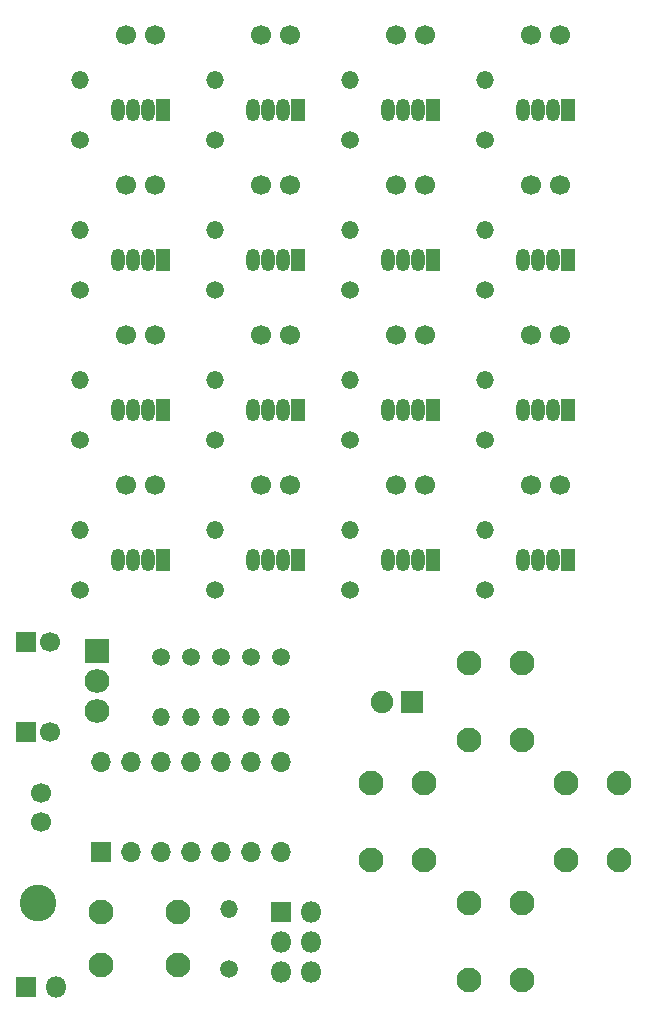
<source format=gbr>
%TF.GenerationSoftware,KiCad,Pcbnew,(5.1.6)-1*%
%TF.CreationDate,2020-09-12T17:49:51+07:00*%
%TF.ProjectId,board2048_ws2812,626f6172-6432-4303-9438-5f7773323831,1*%
%TF.SameCoordinates,Original*%
%TF.FileFunction,Soldermask,Bot*%
%TF.FilePolarity,Negative*%
%FSLAX46Y46*%
G04 Gerber Fmt 4.6, Leading zero omitted, Abs format (unit mm)*
G04 Created by KiCad (PCBNEW (5.1.6)-1) date 2020-09-12 17:49:51*
%MOMM*%
%LPD*%
G01*
G04 APERTURE LIST*
%ADD10C,3.100000*%
%ADD11O,2.100000X2.005000*%
%ADD12R,2.100000X2.005000*%
%ADD13C,1.900000*%
%ADD14R,1.900000X1.900000*%
%ADD15O,1.700000X1.700000*%
%ADD16R,1.700000X1.700000*%
%ADD17C,2.100000*%
%ADD18O,1.500000X1.500000*%
%ADD19C,1.500000*%
%ADD20O,1.800000X1.800000*%
%ADD21R,1.800000X1.800000*%
%ADD22R,1.170000X1.900000*%
%ADD23O,1.170000X1.900000*%
%ADD24C,1.700000*%
G04 APERTURE END LIST*
D10*
%TO.C,REF\u002A\u002A*%
X164211000Y-101473000D03*
%TD*%
D11*
%TO.C,U2*%
X169164000Y-85217000D03*
X169164000Y-82677000D03*
D12*
X169164000Y-80137000D03*
%TD*%
D13*
%TO.C,D17*%
X193294000Y-84455000D03*
D14*
X195834000Y-84455000D03*
%TD*%
D15*
%TO.C,U1*%
X169545000Y-89535000D03*
X184785000Y-97155000D03*
X172085000Y-89535000D03*
X182245000Y-97155000D03*
X174625000Y-89535000D03*
X179705000Y-97155000D03*
X177165000Y-89535000D03*
X177165000Y-97155000D03*
X179705000Y-89535000D03*
X174625000Y-97155000D03*
X182245000Y-89535000D03*
X172085000Y-97155000D03*
X184785000Y-89535000D03*
D16*
X169545000Y-97155000D03*
%TD*%
D17*
%TO.C,SW5*%
X176045000Y-102235000D03*
X176045000Y-106735000D03*
X169545000Y-102235000D03*
X169545000Y-106735000D03*
%TD*%
%TO.C,SW4*%
X200660000Y-81130000D03*
X205160000Y-81130000D03*
X200660000Y-87630000D03*
X205160000Y-87630000D03*
%TD*%
%TO.C,SW3*%
X208915000Y-91290000D03*
X213415000Y-91290000D03*
X208915000Y-97790000D03*
X213415000Y-97790000D03*
%TD*%
%TO.C,SW2*%
X192405000Y-91290000D03*
X196905000Y-91290000D03*
X192405000Y-97790000D03*
X196905000Y-97790000D03*
%TD*%
%TO.C,SW1*%
X200660000Y-101450000D03*
X205160000Y-101450000D03*
X200660000Y-107950000D03*
X205160000Y-107950000D03*
%TD*%
D18*
%TO.C,R22*%
X180340000Y-101981000D03*
D19*
X180340000Y-107061000D03*
%TD*%
D18*
%TO.C,R21*%
X182245000Y-85725000D03*
D19*
X182245000Y-80645000D03*
%TD*%
D18*
%TO.C,R20*%
X177165000Y-85725000D03*
D19*
X177165000Y-80645000D03*
%TD*%
D18*
%TO.C,R19*%
X179705000Y-85725000D03*
D19*
X179705000Y-80645000D03*
%TD*%
D18*
%TO.C,R18*%
X184785000Y-85725000D03*
D19*
X184785000Y-80645000D03*
%TD*%
D18*
%TO.C,R17*%
X174625000Y-85725000D03*
D19*
X174625000Y-80645000D03*
%TD*%
%TO.C,R16*%
X202057000Y-74930000D03*
D18*
X202057000Y-69850000D03*
%TD*%
D19*
%TO.C,R15*%
X190627000Y-74930000D03*
D18*
X190627000Y-69850000D03*
%TD*%
D19*
%TO.C,R14*%
X179197000Y-74930000D03*
D18*
X179197000Y-69850000D03*
%TD*%
D19*
%TO.C,R13*%
X167767000Y-74930000D03*
D18*
X167767000Y-69850000D03*
%TD*%
D19*
%TO.C,R12*%
X202057000Y-62230000D03*
D18*
X202057000Y-57150000D03*
%TD*%
D19*
%TO.C,R11*%
X190627000Y-62230000D03*
D18*
X190627000Y-57150000D03*
%TD*%
D19*
%TO.C,R10*%
X179197000Y-62230000D03*
D18*
X179197000Y-57150000D03*
%TD*%
D19*
%TO.C,R9*%
X167767000Y-62230000D03*
D18*
X167767000Y-57150000D03*
%TD*%
D19*
%TO.C,R8*%
X202057000Y-49530000D03*
D18*
X202057000Y-44450000D03*
%TD*%
D19*
%TO.C,R7*%
X190627000Y-49530000D03*
D18*
X190627000Y-44450000D03*
%TD*%
D19*
%TO.C,R6*%
X179197000Y-49530000D03*
D18*
X179197000Y-44450000D03*
%TD*%
D19*
%TO.C,R5*%
X167767000Y-49530000D03*
D18*
X167767000Y-44450000D03*
%TD*%
D19*
%TO.C,R4*%
X202057000Y-36830000D03*
D18*
X202057000Y-31750000D03*
%TD*%
D19*
%TO.C,R3*%
X190627000Y-36830000D03*
D18*
X190627000Y-31750000D03*
%TD*%
D19*
%TO.C,R2*%
X179197000Y-36830000D03*
D18*
X179197000Y-31750000D03*
%TD*%
D19*
%TO.C,R1*%
X167767000Y-36830000D03*
D18*
X167767000Y-31750000D03*
%TD*%
D20*
%TO.C,J1*%
X187325000Y-107315000D03*
X184785000Y-107315000D03*
X187325000Y-104775000D03*
X184785000Y-104775000D03*
X187325000Y-102235000D03*
D21*
X184785000Y-102235000D03*
%TD*%
D22*
%TO.C,D16*%
X209042000Y-72390000D03*
D23*
X207772000Y-72390000D03*
X206502000Y-72390000D03*
X205232000Y-72390000D03*
%TD*%
D22*
%TO.C,D15*%
X197612000Y-72390000D03*
D23*
X196342000Y-72390000D03*
X195072000Y-72390000D03*
X193802000Y-72390000D03*
%TD*%
D22*
%TO.C,D14*%
X186182000Y-72390000D03*
D23*
X184912000Y-72390000D03*
X183642000Y-72390000D03*
X182372000Y-72390000D03*
%TD*%
D22*
%TO.C,D13*%
X174752000Y-72390000D03*
D23*
X173482000Y-72390000D03*
X172212000Y-72390000D03*
X170942000Y-72390000D03*
%TD*%
D22*
%TO.C,D12*%
X209042000Y-59690000D03*
D23*
X207772000Y-59690000D03*
X206502000Y-59690000D03*
X205232000Y-59690000D03*
%TD*%
D22*
%TO.C,D11*%
X197612000Y-59690000D03*
D23*
X196342000Y-59690000D03*
X195072000Y-59690000D03*
X193802000Y-59690000D03*
%TD*%
D22*
%TO.C,D10*%
X186182000Y-59690000D03*
D23*
X184912000Y-59690000D03*
X183642000Y-59690000D03*
X182372000Y-59690000D03*
%TD*%
D22*
%TO.C,D9*%
X174752000Y-59690000D03*
D23*
X173482000Y-59690000D03*
X172212000Y-59690000D03*
X170942000Y-59690000D03*
%TD*%
D22*
%TO.C,D8*%
X209042000Y-46990000D03*
D23*
X207772000Y-46990000D03*
X206502000Y-46990000D03*
X205232000Y-46990000D03*
%TD*%
D22*
%TO.C,D7*%
X197612000Y-46990000D03*
D23*
X196342000Y-46990000D03*
X195072000Y-46990000D03*
X193802000Y-46990000D03*
%TD*%
D22*
%TO.C,D6*%
X186182000Y-46990000D03*
D23*
X184912000Y-46990000D03*
X183642000Y-46990000D03*
X182372000Y-46990000D03*
%TD*%
D22*
%TO.C,D5*%
X174752000Y-46990000D03*
D23*
X173482000Y-46990000D03*
X172212000Y-46990000D03*
X170942000Y-46990000D03*
%TD*%
D22*
%TO.C,D4*%
X209042000Y-34290000D03*
D23*
X207772000Y-34290000D03*
X206502000Y-34290000D03*
X205232000Y-34290000D03*
%TD*%
D22*
%TO.C,D3*%
X197612000Y-34290000D03*
D23*
X196342000Y-34290000D03*
X195072000Y-34290000D03*
X193802000Y-34290000D03*
%TD*%
D22*
%TO.C,D2*%
X186182000Y-34290000D03*
D23*
X184912000Y-34290000D03*
X183642000Y-34290000D03*
X182372000Y-34290000D03*
%TD*%
D22*
%TO.C,D1*%
X174752000Y-34290000D03*
D23*
X173482000Y-34290000D03*
X172212000Y-34290000D03*
X170942000Y-34290000D03*
%TD*%
D24*
%TO.C,C19*%
X165195000Y-79375000D03*
D16*
X163195000Y-79375000D03*
%TD*%
D24*
%TO.C,C18*%
X165195000Y-86995000D03*
D16*
X163195000Y-86995000D03*
%TD*%
D24*
%TO.C,C17*%
X164465000Y-92115000D03*
X164465000Y-94615000D03*
%TD*%
%TO.C,C16*%
X208407000Y-66040000D03*
X205907000Y-66040000D03*
%TD*%
%TO.C,C15*%
X196977000Y-66040000D03*
X194477000Y-66040000D03*
%TD*%
%TO.C,C14*%
X185547000Y-66040000D03*
X183047000Y-66040000D03*
%TD*%
%TO.C,C13*%
X174117000Y-66040000D03*
X171617000Y-66040000D03*
%TD*%
%TO.C,C12*%
X208407000Y-53340000D03*
X205907000Y-53340000D03*
%TD*%
%TO.C,C11*%
X196977000Y-53340000D03*
X194477000Y-53340000D03*
%TD*%
%TO.C,C10*%
X185547000Y-53340000D03*
X183047000Y-53340000D03*
%TD*%
%TO.C,C9*%
X174117000Y-53340000D03*
X171617000Y-53340000D03*
%TD*%
%TO.C,C8*%
X208407000Y-40640000D03*
X205907000Y-40640000D03*
%TD*%
%TO.C,C7*%
X196977000Y-40640000D03*
X194477000Y-40640000D03*
%TD*%
%TO.C,C6*%
X185547000Y-40640000D03*
X183047000Y-40640000D03*
%TD*%
%TO.C,C5*%
X174117000Y-40640000D03*
X171617000Y-40640000D03*
%TD*%
%TO.C,C4*%
X208407000Y-27940000D03*
X205907000Y-27940000D03*
%TD*%
%TO.C,C3*%
X196977000Y-27940000D03*
X194477000Y-27940000D03*
%TD*%
%TO.C,C2*%
X185547000Y-27940000D03*
X183047000Y-27940000D03*
%TD*%
%TO.C,C1*%
X174117000Y-27940000D03*
X171617000Y-27940000D03*
%TD*%
D20*
%TO.C,BT1*%
X165735000Y-108585000D03*
D21*
X163195000Y-108585000D03*
%TD*%
M02*

</source>
